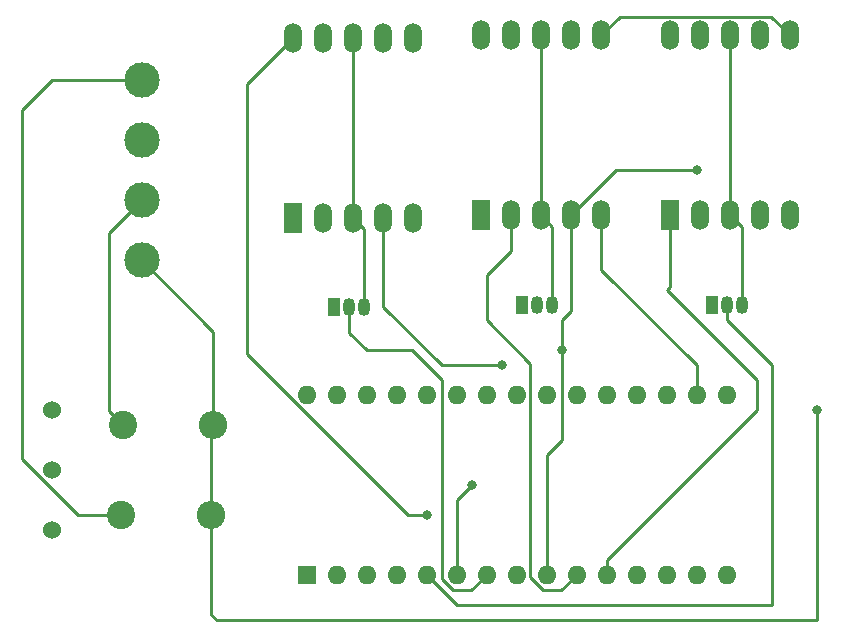
<source format=gbr>
%TF.GenerationSoftware,KiCad,Pcbnew,(6.0.11)*%
%TF.CreationDate,2023-02-07T12:56:04-07:00*%
%TF.ProjectId,temp_changer,74656d70-5f63-4686-916e-6765722e6b69,rev?*%
%TF.SameCoordinates,Original*%
%TF.FileFunction,Copper,L2,Bot*%
%TF.FilePolarity,Positive*%
%FSLAX46Y46*%
G04 Gerber Fmt 4.6, Leading zero omitted, Abs format (unit mm)*
G04 Created by KiCad (PCBNEW (6.0.11)) date 2023-02-07 12:56:04*
%MOMM*%
%LPD*%
G01*
G04 APERTURE LIST*
%TA.AperFunction,ComponentPad*%
%ADD10C,2.400000*%
%TD*%
%TA.AperFunction,ComponentPad*%
%ADD11O,2.400000X2.400000*%
%TD*%
%TA.AperFunction,ComponentPad*%
%ADD12R,1.524000X2.524000*%
%TD*%
%TA.AperFunction,ComponentPad*%
%ADD13O,1.524000X2.524000*%
%TD*%
%TA.AperFunction,ComponentPad*%
%ADD14R,1.050000X1.500000*%
%TD*%
%TA.AperFunction,ComponentPad*%
%ADD15O,1.050000X1.500000*%
%TD*%
%TA.AperFunction,ComponentPad*%
%ADD16R,1.600000X1.600000*%
%TD*%
%TA.AperFunction,ComponentPad*%
%ADD17O,1.600000X1.600000*%
%TD*%
%TA.AperFunction,ComponentPad*%
%ADD18C,1.524000*%
%TD*%
%TA.AperFunction,ComponentPad*%
%ADD19C,3.000000*%
%TD*%
%TA.AperFunction,ViaPad*%
%ADD20C,0.800000*%
%TD*%
%TA.AperFunction,Conductor*%
%ADD21C,0.250000*%
%TD*%
G04 APERTURE END LIST*
D10*
%TO.P,R1,1*%
%TO.N,Net-(A1-Pad12)*%
X115080000Y-101600000D03*
D11*
%TO.P,R1,2*%
%TO.N,+3.3V*%
X122700000Y-101600000D03*
%TD*%
D12*
%TO.P,U3,1,vbl*%
%TO.N,vbl*%
X161560000Y-76200000D03*
D13*
%TO.P,U3,2,hb*%
%TO.N,hb*%
X164100000Y-76200000D03*
%TO.P,U3,3,GND*%
%TO.N,Net-(U3-Pad8)*%
X166640000Y-76200000D03*
%TO.P,U3,4,vbr*%
%TO.N,vbr*%
X169180000Y-76200000D03*
%TO.P,U3,5,DP*%
%TO.N,GND*%
X171720000Y-76200000D03*
%TO.P,U3,6,vtr*%
%TO.N,vtr*%
X171720000Y-60960000D03*
%TO.P,U3,7,ht*%
%TO.N,ht*%
X169180000Y-60960000D03*
%TO.P,U3,8,GND*%
%TO.N,Net-(U3-Pad8)*%
X166640000Y-60960000D03*
%TO.P,U3,9,vtl*%
%TO.N,vtl*%
X164100000Y-60960000D03*
%TO.P,U3,10,hm*%
%TO.N,hm*%
X161560000Y-60960000D03*
%TD*%
D14*
%TO.P,Q2,1,E*%
%TO.N,GND*%
X149073625Y-83771890D03*
D15*
%TO.P,Q2,2,B*%
%TO.N,seg2*%
X150343625Y-83771890D03*
%TO.P,Q2,3,C*%
%TO.N,Net-(U2-Pad8)*%
X151613625Y-83771890D03*
%TD*%
D14*
%TO.P,Q3,1,E*%
%TO.N,GND*%
X165100000Y-83820000D03*
D15*
%TO.P,Q3,2,B*%
%TO.N,seg3*%
X166370000Y-83820000D03*
%TO.P,Q3,3,C*%
%TO.N,Net-(U3-Pad8)*%
X167640000Y-83820000D03*
%TD*%
D16*
%TO.P,A1,1,TX1*%
%TO.N,unconnected-(A1-Pad1)*%
X130810000Y-106670000D03*
D17*
%TO.P,A1,2,RX1*%
%TO.N,Net-(A1-Pad2)*%
X133350000Y-106670000D03*
%TO.P,A1,3,~{RESET}*%
%TO.N,unconnected-(A1-Pad3)*%
X135890000Y-106670000D03*
%TO.P,A1,4,GND*%
%TO.N,GND*%
X138430000Y-106670000D03*
%TO.P,A1,5,D2*%
%TO.N,seg3*%
X140970000Y-106670000D03*
%TO.P,A1,6,D3*%
%TO.N,seg2*%
X143510000Y-106670000D03*
%TO.P,A1,7,D4*%
%TO.N,seg1*%
X146050000Y-106670000D03*
%TO.P,A1,8,D5*%
%TO.N,hm*%
X148590000Y-106670000D03*
%TO.P,A1,9,D6*%
%TO.N,vbr*%
X151130000Y-106670000D03*
%TO.P,A1,10,D7*%
%TO.N,hb*%
X153670000Y-106670000D03*
%TO.P,A1,11,D8*%
%TO.N,vbl*%
X156210000Y-106670000D03*
%TO.P,A1,12,D9*%
%TO.N,Net-(A1-Pad12)*%
X158750000Y-106670000D03*
%TO.P,A1,13,D10*%
%TO.N,Net-(A1-Pad13)*%
X161290000Y-106670000D03*
%TO.P,A1,14,MOSI*%
%TO.N,unconnected-(A1-Pad14)*%
X163830000Y-106670000D03*
%TO.P,A1,15,MISO*%
%TO.N,unconnected-(A1-Pad15)*%
X166370000Y-106670000D03*
%TO.P,A1,16,SCK*%
%TO.N,unconnected-(A1-Pad16)*%
X166370000Y-91430000D03*
%TO.P,A1,17,3V3*%
%TO.N,+3.3V*%
X163830000Y-91430000D03*
%TO.P,A1,18,AREF*%
%TO.N,unconnected-(A1-Pad18)*%
X161290000Y-91430000D03*
%TO.P,A1,19,A0*%
%TO.N,unconnected-(A1-Pad19)*%
X158750000Y-91430000D03*
%TO.P,A1,20,A1*%
%TO.N,unconnected-(A1-Pad20)*%
X156210000Y-91430000D03*
%TO.P,A1,21,A2*%
%TO.N,unconnected-(A1-Pad21)*%
X153670000Y-91430000D03*
%TO.P,A1,22,A3*%
%TO.N,unconnected-(A1-Pad22)*%
X151130000Y-91430000D03*
%TO.P,A1,23,SDA/A4*%
%TO.N,unconnected-(A1-Pad23)*%
X148590000Y-91430000D03*
%TO.P,A1,24,SCL/A5*%
%TO.N,unconnected-(A1-Pad24)*%
X146050000Y-91430000D03*
%TO.P,A1,25,A6*%
%TO.N,unconnected-(A1-Pad25)*%
X143510000Y-91430000D03*
%TO.P,A1,26,A7*%
%TO.N,unconnected-(A1-Pad26)*%
X140970000Y-91430000D03*
%TO.P,A1,27,+5V*%
%TO.N,+5V*%
X138430000Y-91430000D03*
%TO.P,A1,28,~{RESET}*%
%TO.N,unconnected-(A1-Pad28)*%
X135890000Y-91430000D03*
%TO.P,A1,29,GND*%
%TO.N,GND*%
X133350000Y-91430000D03*
%TO.P,A1,30,VIN*%
%TO.N,unconnected-(A1-Pad30)*%
X130810000Y-91430000D03*
%TD*%
D10*
%TO.P,R2,1*%
%TO.N,Net-(A1-Pad13)*%
X115300000Y-93980000D03*
D11*
%TO.P,R2,2*%
%TO.N,+3.3V*%
X122920000Y-93980000D03*
%TD*%
D12*
%TO.P,U2,1,vbl*%
%TO.N,vbl*%
X145580000Y-76200000D03*
D13*
%TO.P,U2,2,hb*%
%TO.N,hb*%
X148120000Y-76200000D03*
%TO.P,U2,3,GND*%
%TO.N,Net-(U2-Pad8)*%
X150660000Y-76200000D03*
%TO.P,U2,4,vbr*%
%TO.N,vbr*%
X153200000Y-76200000D03*
%TO.P,U2,5,DP*%
%TO.N,+3.3V*%
X155740000Y-76200000D03*
%TO.P,U2,6,vtr*%
%TO.N,vtr*%
X155740000Y-60960000D03*
%TO.P,U2,7,ht*%
%TO.N,ht*%
X153200000Y-60960000D03*
%TO.P,U2,8,GND*%
%TO.N,Net-(U2-Pad8)*%
X150660000Y-60960000D03*
%TO.P,U2,9,vtl*%
%TO.N,vtl*%
X148120000Y-60960000D03*
%TO.P,U2,10,hm*%
%TO.N,hm*%
X145580000Y-60960000D03*
%TD*%
D18*
%TO.P,U5,1,GND*%
%TO.N,GND*%
X109220000Y-92710000D03*
%TO.P,U5,2,V+*%
%TO.N,+5V*%
X109220000Y-97790000D03*
%TO.P,U5,3,ctrl*%
%TO.N,Net-(A1-Pad2)*%
X109220000Y-102870000D03*
%TD*%
D14*
%TO.P,Q1,1,E*%
%TO.N,GND*%
X133160000Y-83940046D03*
D15*
%TO.P,Q1,2,B*%
%TO.N,seg1*%
X134430000Y-83940046D03*
%TO.P,Q1,3,C*%
%TO.N,Net-(U1-Pad8)*%
X135700000Y-83940046D03*
%TD*%
D12*
%TO.P,U1,1,vbl*%
%TO.N,vbl*%
X129640000Y-76390000D03*
D13*
%TO.P,U1,2,hb*%
%TO.N,hb*%
X132180000Y-76390000D03*
%TO.P,U1,3,GND*%
%TO.N,Net-(U1-Pad8)*%
X134720000Y-76390000D03*
%TO.P,U1,4,vbr*%
%TO.N,vbr*%
X137260000Y-76390000D03*
%TO.P,U1,5,DP*%
%TO.N,GND*%
X139800000Y-76390000D03*
%TO.P,U1,6,vtr*%
%TO.N,vtr*%
X139800000Y-61150000D03*
%TO.P,U1,7,ht*%
%TO.N,ht*%
X137260000Y-61150000D03*
%TO.P,U1,8,GND*%
%TO.N,Net-(U1-Pad8)*%
X134720000Y-61150000D03*
%TO.P,U1,9,vtl*%
%TO.N,vtl*%
X132180000Y-61150000D03*
%TO.P,U1,10,hm*%
%TO.N,hm*%
X129640000Y-61150000D03*
%TD*%
D19*
%TO.P,U4,1,V+*%
%TO.N,+3.3V*%
X116840000Y-80010000D03*
%TO.P,U4,2,SDA*%
%TO.N,Net-(A1-Pad13)*%
X116840000Y-74930000D03*
%TO.P,U4,3,GND*%
%TO.N,GND*%
X116840000Y-69850000D03*
%TO.P,U4,4,SCL*%
%TO.N,Net-(A1-Pad12)*%
X116840000Y-64770000D03*
%TD*%
D20*
%TO.N,seg2*%
X144780000Y-99060000D03*
%TO.N,hm*%
X140970000Y-101600000D03*
%TO.N,vbr*%
X147320000Y-88900000D03*
X152400000Y-87630000D03*
X163830000Y-72390000D03*
%TO.N,+3.3V*%
X173990000Y-92710000D03*
%TD*%
D21*
%TO.N,Net-(A1-Pad12)*%
X111492749Y-101600000D02*
X115080000Y-101600000D01*
X116840000Y-64770000D02*
X109220000Y-64770000D01*
X106680000Y-67310000D02*
X106680000Y-96787251D01*
X109220000Y-64770000D02*
X106680000Y-67310000D01*
X106680000Y-96787251D02*
X111492749Y-101600000D01*
%TO.N,Net-(A1-Pad13)*%
X115300000Y-93980000D02*
X114100000Y-92780000D01*
X114100000Y-77670000D02*
X116840000Y-74930000D01*
X114100000Y-92780000D02*
X114100000Y-77670000D01*
%TO.N,seg3*%
X166370000Y-85090000D02*
X170180000Y-88900000D01*
X170180000Y-88900000D02*
X170180000Y-109220000D01*
X166370000Y-83820000D02*
X166370000Y-85090000D01*
X143520000Y-109220000D02*
X140970000Y-106670000D01*
X170180000Y-109220000D02*
X143520000Y-109220000D01*
%TO.N,seg2*%
X143510000Y-100330000D02*
X144780000Y-99060000D01*
X143510000Y-106670000D02*
X143510000Y-100330000D01*
%TO.N,seg1*%
X144770000Y-107950000D02*
X143199009Y-107950000D01*
X142240000Y-106990991D02*
X142240000Y-90170000D01*
X134430000Y-86170000D02*
X134430000Y-83940046D01*
X143199009Y-107950000D02*
X142240000Y-106990991D01*
X139700000Y-87630000D02*
X142240000Y-90170000D01*
X135890000Y-87630000D02*
X139700000Y-87630000D01*
X135890000Y-87630000D02*
X134430000Y-86170000D01*
X146050000Y-106670000D02*
X144770000Y-107950000D01*
%TO.N,hm*%
X129640000Y-61150000D02*
X125730000Y-65060000D01*
X139389009Y-101600000D02*
X140970000Y-101600000D01*
X125730000Y-65060000D02*
X125730000Y-87940991D01*
X125730000Y-87940991D02*
X139389009Y-101600000D01*
%TO.N,vbr*%
X153200000Y-76200000D02*
X157010000Y-72390000D01*
X151130000Y-96520000D02*
X152400000Y-95250000D01*
X152400000Y-95250000D02*
X152400000Y-87630000D01*
X137260000Y-83920000D02*
X142240000Y-88900000D01*
X153200000Y-84290000D02*
X153200000Y-76200000D01*
X152400000Y-85090000D02*
X153200000Y-84290000D01*
X157010000Y-72390000D02*
X163830000Y-72390000D01*
X137260000Y-76390000D02*
X137260000Y-83920000D01*
X142240000Y-88900000D02*
X147320000Y-88900000D01*
X151130000Y-106670000D02*
X151130000Y-96520000D01*
X152400000Y-87630000D02*
X152400000Y-85090000D01*
%TO.N,hb*%
X149715000Y-88755000D02*
X146050000Y-85090000D01*
X146050000Y-85090000D02*
X146050000Y-81280000D01*
X146050000Y-81280000D02*
X148120000Y-79210000D01*
X150819009Y-107950000D02*
X149715000Y-106845991D01*
X148120000Y-79210000D02*
X148120000Y-76200000D01*
X149715000Y-106845991D02*
X149715000Y-88755000D01*
X153670000Y-106670000D02*
X152390000Y-107950000D01*
X152390000Y-107950000D02*
X150819009Y-107950000D01*
%TO.N,vbl*%
X168910000Y-92710000D02*
X168910000Y-90170000D01*
X168910000Y-90170000D02*
X161290000Y-82550000D01*
X156210000Y-105410000D02*
X168910000Y-92710000D01*
X161560000Y-82280000D02*
X161560000Y-76200000D01*
X161290000Y-82550000D02*
X161560000Y-82280000D01*
X156210000Y-106670000D02*
X156210000Y-105410000D01*
%TO.N,+3.3V*%
X123190000Y-110490000D02*
X173990000Y-110490000D01*
X122920000Y-93980000D02*
X122920000Y-86090000D01*
X163830000Y-91430000D02*
X163830000Y-88900000D01*
X155740000Y-80810000D02*
X155740000Y-76200000D01*
X163830000Y-88900000D02*
X155740000Y-80810000D01*
X122920000Y-86090000D02*
X116840000Y-80010000D01*
X122700000Y-101600000D02*
X122700000Y-110000000D01*
X122700000Y-101600000D02*
X122700000Y-94200000D01*
X173990000Y-110490000D02*
X173990000Y-92710000D01*
X122700000Y-110000000D02*
X123190000Y-110490000D01*
%TO.N,Net-(U1-Pad8)*%
X134720000Y-76390000D02*
X135700000Y-77370000D01*
X134720000Y-61150000D02*
X134720000Y-76390000D01*
X135700000Y-77370000D02*
X135700000Y-83940046D01*
%TO.N,Net-(U2-Pad8)*%
X151613625Y-77153625D02*
X151613625Y-83771890D01*
X150660000Y-60960000D02*
X150660000Y-76200000D01*
X150660000Y-76200000D02*
X151613625Y-77153625D01*
%TO.N,Net-(U3-Pad8)*%
X166640000Y-76200000D02*
X167640000Y-77200000D01*
X166640000Y-60960000D02*
X166640000Y-76200000D01*
X167640000Y-77200000D02*
X167640000Y-83820000D01*
%TO.N,vtr*%
X171720000Y-60960000D02*
X170133000Y-59373000D01*
X170133000Y-59373000D02*
X157327000Y-59373000D01*
X157327000Y-59373000D02*
X155740000Y-60960000D01*
%TD*%
M02*

</source>
